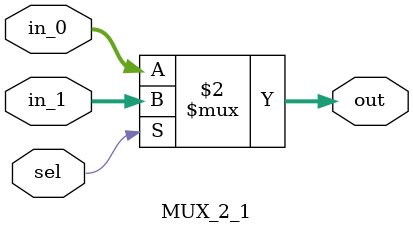
<source format=v>
`timescale 1ns / 1ps
/*±¾ÎÄ¼þÎª 32 Î» 2 Ñ¡ 1 MUXÉè¼ÆÎÄ¼þ
ÊäÈë£º
in_0£º32 Î» 0 ¿ÚµÄÊäÈë
in_1£º32 Î» 1 ¿ÚµÄÊäÈë
sel£ºÑ¡ÔñÐÅºÅ
Êä³ö£º
out £ºMUXµÄÊä³ö
*/
//////////////////////////////////////////////////////////////////////////////////


module MUX_2_1(in_0, in_1, sel, out);
    input[31:0] in_0, in_1;
    input sel;
    output [31:0] out;
	assign out = (sel == 1'b0 ? in_0:in_1);
endmodule

</source>
